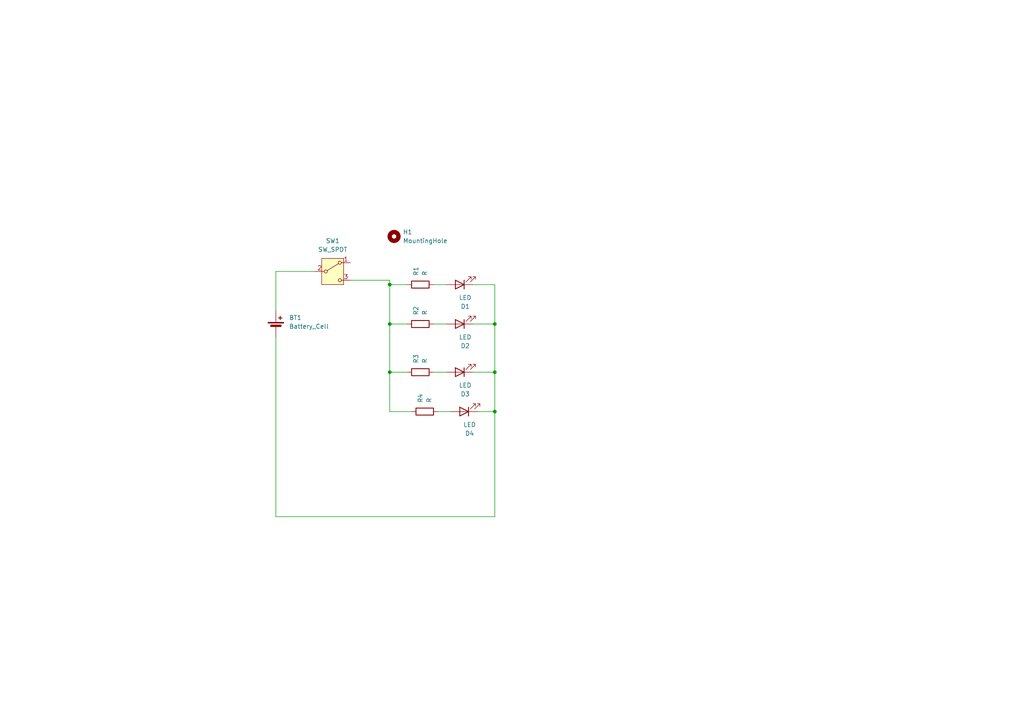
<source format=kicad_sch>
(kicad_sch
	(version 20250114)
	(generator "eeschema")
	(generator_version "9.0")
	(uuid "445796bb-193e-4f2b-90c0-9a39d591dab1")
	(paper "A4")
	(lib_symbols
		(symbol "Device:Battery_Cell"
			(pin_numbers
				(hide yes)
			)
			(pin_names
				(offset 0)
				(hide yes)
			)
			(exclude_from_sim no)
			(in_bom yes)
			(on_board yes)
			(property "Reference" "BT"
				(at 2.54 2.54 0)
				(effects
					(font
						(size 1.27 1.27)
					)
					(justify left)
				)
			)
			(property "Value" "Battery_Cell"
				(at 2.54 0 0)
				(effects
					(font
						(size 1.27 1.27)
					)
					(justify left)
				)
			)
			(property "Footprint" ""
				(at 0 1.524 90)
				(effects
					(font
						(size 1.27 1.27)
					)
					(hide yes)
				)
			)
			(property "Datasheet" "~"
				(at 0 1.524 90)
				(effects
					(font
						(size 1.27 1.27)
					)
					(hide yes)
				)
			)
			(property "Description" "Single-cell battery"
				(at 0 0 0)
				(effects
					(font
						(size 1.27 1.27)
					)
					(hide yes)
				)
			)
			(property "ki_keywords" "battery cell"
				(at 0 0 0)
				(effects
					(font
						(size 1.27 1.27)
					)
					(hide yes)
				)
			)
			(symbol "Battery_Cell_0_1"
				(rectangle
					(start -2.286 1.778)
					(end 2.286 1.524)
					(stroke
						(width 0)
						(type default)
					)
					(fill
						(type outline)
					)
				)
				(rectangle
					(start -1.524 1.016)
					(end 1.524 0.508)
					(stroke
						(width 0)
						(type default)
					)
					(fill
						(type outline)
					)
				)
				(polyline
					(pts
						(xy 0 1.778) (xy 0 2.54)
					)
					(stroke
						(width 0)
						(type default)
					)
					(fill
						(type none)
					)
				)
				(polyline
					(pts
						(xy 0 0.762) (xy 0 0)
					)
					(stroke
						(width 0)
						(type default)
					)
					(fill
						(type none)
					)
				)
				(polyline
					(pts
						(xy 0.762 3.048) (xy 1.778 3.048)
					)
					(stroke
						(width 0.254)
						(type default)
					)
					(fill
						(type none)
					)
				)
				(polyline
					(pts
						(xy 1.27 3.556) (xy 1.27 2.54)
					)
					(stroke
						(width 0.254)
						(type default)
					)
					(fill
						(type none)
					)
				)
			)
			(symbol "Battery_Cell_1_1"
				(pin passive line
					(at 0 5.08 270)
					(length 2.54)
					(name "+"
						(effects
							(font
								(size 1.27 1.27)
							)
						)
					)
					(number "1"
						(effects
							(font
								(size 1.27 1.27)
							)
						)
					)
				)
				(pin passive line
					(at 0 -2.54 90)
					(length 2.54)
					(name "-"
						(effects
							(font
								(size 1.27 1.27)
							)
						)
					)
					(number "2"
						(effects
							(font
								(size 1.27 1.27)
							)
						)
					)
				)
			)
			(embedded_fonts no)
		)
		(symbol "Device:LED"
			(pin_numbers
				(hide yes)
			)
			(pin_names
				(offset 1.016)
				(hide yes)
			)
			(exclude_from_sim no)
			(in_bom yes)
			(on_board yes)
			(property "Reference" "D"
				(at 0 2.54 0)
				(effects
					(font
						(size 1.27 1.27)
					)
				)
			)
			(property "Value" "LED"
				(at 0 -2.54 0)
				(effects
					(font
						(size 1.27 1.27)
					)
				)
			)
			(property "Footprint" ""
				(at 0 0 0)
				(effects
					(font
						(size 1.27 1.27)
					)
					(hide yes)
				)
			)
			(property "Datasheet" "~"
				(at 0 0 0)
				(effects
					(font
						(size 1.27 1.27)
					)
					(hide yes)
				)
			)
			(property "Description" "Light emitting diode"
				(at 0 0 0)
				(effects
					(font
						(size 1.27 1.27)
					)
					(hide yes)
				)
			)
			(property "Sim.Pins" "1=K 2=A"
				(at 0 0 0)
				(effects
					(font
						(size 1.27 1.27)
					)
					(hide yes)
				)
			)
			(property "ki_keywords" "LED diode"
				(at 0 0 0)
				(effects
					(font
						(size 1.27 1.27)
					)
					(hide yes)
				)
			)
			(property "ki_fp_filters" "LED* LED_SMD:* LED_THT:*"
				(at 0 0 0)
				(effects
					(font
						(size 1.27 1.27)
					)
					(hide yes)
				)
			)
			(symbol "LED_0_1"
				(polyline
					(pts
						(xy -3.048 -0.762) (xy -4.572 -2.286) (xy -3.81 -2.286) (xy -4.572 -2.286) (xy -4.572 -1.524)
					)
					(stroke
						(width 0)
						(type default)
					)
					(fill
						(type none)
					)
				)
				(polyline
					(pts
						(xy -1.778 -0.762) (xy -3.302 -2.286) (xy -2.54 -2.286) (xy -3.302 -2.286) (xy -3.302 -1.524)
					)
					(stroke
						(width 0)
						(type default)
					)
					(fill
						(type none)
					)
				)
				(polyline
					(pts
						(xy -1.27 0) (xy 1.27 0)
					)
					(stroke
						(width 0)
						(type default)
					)
					(fill
						(type none)
					)
				)
				(polyline
					(pts
						(xy -1.27 -1.27) (xy -1.27 1.27)
					)
					(stroke
						(width 0.254)
						(type default)
					)
					(fill
						(type none)
					)
				)
				(polyline
					(pts
						(xy 1.27 -1.27) (xy 1.27 1.27) (xy -1.27 0) (xy 1.27 -1.27)
					)
					(stroke
						(width 0.254)
						(type default)
					)
					(fill
						(type none)
					)
				)
			)
			(symbol "LED_1_1"
				(pin passive line
					(at -3.81 0 0)
					(length 2.54)
					(name "K"
						(effects
							(font
								(size 1.27 1.27)
							)
						)
					)
					(number "1"
						(effects
							(font
								(size 1.27 1.27)
							)
						)
					)
				)
				(pin passive line
					(at 3.81 0 180)
					(length 2.54)
					(name "A"
						(effects
							(font
								(size 1.27 1.27)
							)
						)
					)
					(number "2"
						(effects
							(font
								(size 1.27 1.27)
							)
						)
					)
				)
			)
			(embedded_fonts no)
		)
		(symbol "Device:R"
			(pin_numbers
				(hide yes)
			)
			(pin_names
				(offset 0)
			)
			(exclude_from_sim no)
			(in_bom yes)
			(on_board yes)
			(property "Reference" "R"
				(at 2.032 0 90)
				(effects
					(font
						(size 1.27 1.27)
					)
				)
			)
			(property "Value" "R"
				(at 0 0 90)
				(effects
					(font
						(size 1.27 1.27)
					)
				)
			)
			(property "Footprint" ""
				(at -1.778 0 90)
				(effects
					(font
						(size 1.27 1.27)
					)
					(hide yes)
				)
			)
			(property "Datasheet" "~"
				(at 0 0 0)
				(effects
					(font
						(size 1.27 1.27)
					)
					(hide yes)
				)
			)
			(property "Description" "Resistor"
				(at 0 0 0)
				(effects
					(font
						(size 1.27 1.27)
					)
					(hide yes)
				)
			)
			(property "ki_keywords" "R res resistor"
				(at 0 0 0)
				(effects
					(font
						(size 1.27 1.27)
					)
					(hide yes)
				)
			)
			(property "ki_fp_filters" "R_*"
				(at 0 0 0)
				(effects
					(font
						(size 1.27 1.27)
					)
					(hide yes)
				)
			)
			(symbol "R_0_1"
				(rectangle
					(start -1.016 -2.54)
					(end 1.016 2.54)
					(stroke
						(width 0.254)
						(type default)
					)
					(fill
						(type none)
					)
				)
			)
			(symbol "R_1_1"
				(pin passive line
					(at 0 3.81 270)
					(length 1.27)
					(name "~"
						(effects
							(font
								(size 1.27 1.27)
							)
						)
					)
					(number "1"
						(effects
							(font
								(size 1.27 1.27)
							)
						)
					)
				)
				(pin passive line
					(at 0 -3.81 90)
					(length 1.27)
					(name "~"
						(effects
							(font
								(size 1.27 1.27)
							)
						)
					)
					(number "2"
						(effects
							(font
								(size 1.27 1.27)
							)
						)
					)
				)
			)
			(embedded_fonts no)
		)
		(symbol "Mechanical:MountingHole"
			(pin_names
				(offset 1.016)
			)
			(exclude_from_sim no)
			(in_bom no)
			(on_board yes)
			(property "Reference" "H"
				(at 0 5.08 0)
				(effects
					(font
						(size 1.27 1.27)
					)
				)
			)
			(property "Value" "MountingHole"
				(at 0 3.175 0)
				(effects
					(font
						(size 1.27 1.27)
					)
				)
			)
			(property "Footprint" ""
				(at 0 0 0)
				(effects
					(font
						(size 1.27 1.27)
					)
					(hide yes)
				)
			)
			(property "Datasheet" "~"
				(at 0 0 0)
				(effects
					(font
						(size 1.27 1.27)
					)
					(hide yes)
				)
			)
			(property "Description" "Mounting Hole without connection"
				(at 0 0 0)
				(effects
					(font
						(size 1.27 1.27)
					)
					(hide yes)
				)
			)
			(property "ki_keywords" "mounting hole"
				(at 0 0 0)
				(effects
					(font
						(size 1.27 1.27)
					)
					(hide yes)
				)
			)
			(property "ki_fp_filters" "MountingHole*"
				(at 0 0 0)
				(effects
					(font
						(size 1.27 1.27)
					)
					(hide yes)
				)
			)
			(symbol "MountingHole_0_1"
				(circle
					(center 0 0)
					(radius 1.27)
					(stroke
						(width 1.27)
						(type default)
					)
					(fill
						(type none)
					)
				)
			)
			(embedded_fonts no)
		)
		(symbol "Switch:SW_SPDT"
			(pin_names
				(offset 0)
				(hide yes)
			)
			(exclude_from_sim no)
			(in_bom yes)
			(on_board yes)
			(property "Reference" "SW"
				(at 0 5.08 0)
				(effects
					(font
						(size 1.27 1.27)
					)
				)
			)
			(property "Value" "SW_SPDT"
				(at 0 -5.08 0)
				(effects
					(font
						(size 1.27 1.27)
					)
				)
			)
			(property "Footprint" ""
				(at 0 0 0)
				(effects
					(font
						(size 1.27 1.27)
					)
					(hide yes)
				)
			)
			(property "Datasheet" "~"
				(at 0 -7.62 0)
				(effects
					(font
						(size 1.27 1.27)
					)
					(hide yes)
				)
			)
			(property "Description" "Switch, single pole double throw"
				(at 0 0 0)
				(effects
					(font
						(size 1.27 1.27)
					)
					(hide yes)
				)
			)
			(property "ki_keywords" "switch single-pole double-throw spdt ON-ON"
				(at 0 0 0)
				(effects
					(font
						(size 1.27 1.27)
					)
					(hide yes)
				)
			)
			(symbol "SW_SPDT_0_1"
				(circle
					(center -2.032 0)
					(radius 0.4572)
					(stroke
						(width 0)
						(type default)
					)
					(fill
						(type none)
					)
				)
				(polyline
					(pts
						(xy -1.651 0.254) (xy 1.651 2.286)
					)
					(stroke
						(width 0)
						(type default)
					)
					(fill
						(type none)
					)
				)
				(circle
					(center 2.032 2.54)
					(radius 0.4572)
					(stroke
						(width 0)
						(type default)
					)
					(fill
						(type none)
					)
				)
				(circle
					(center 2.032 -2.54)
					(radius 0.4572)
					(stroke
						(width 0)
						(type default)
					)
					(fill
						(type none)
					)
				)
			)
			(symbol "SW_SPDT_1_1"
				(rectangle
					(start -3.175 3.81)
					(end 3.175 -3.81)
					(stroke
						(width 0)
						(type default)
					)
					(fill
						(type background)
					)
				)
				(pin passive line
					(at -5.08 0 0)
					(length 2.54)
					(name "B"
						(effects
							(font
								(size 1.27 1.27)
							)
						)
					)
					(number "2"
						(effects
							(font
								(size 1.27 1.27)
							)
						)
					)
				)
				(pin passive line
					(at 5.08 2.54 180)
					(length 2.54)
					(name "A"
						(effects
							(font
								(size 1.27 1.27)
							)
						)
					)
					(number "1"
						(effects
							(font
								(size 1.27 1.27)
							)
						)
					)
				)
				(pin passive line
					(at 5.08 -2.54 180)
					(length 2.54)
					(name "C"
						(effects
							(font
								(size 1.27 1.27)
							)
						)
					)
					(number "3"
						(effects
							(font
								(size 1.27 1.27)
							)
						)
					)
				)
			)
			(embedded_fonts no)
		)
	)
	(junction
		(at 143.51 119.38)
		(diameter 0)
		(color 0 0 0 0)
		(uuid "26beda45-73b2-4ff1-9241-f168017f0c53")
	)
	(junction
		(at 143.51 107.95)
		(diameter 0)
		(color 0 0 0 0)
		(uuid "3d2b7a70-9f78-45c6-877f-16a60ea69d4a")
	)
	(junction
		(at 113.03 93.98)
		(diameter 0)
		(color 0 0 0 0)
		(uuid "5f6d28cf-4979-4ca3-8536-22e74cd92b1e")
	)
	(junction
		(at 143.51 93.98)
		(diameter 0)
		(color 0 0 0 0)
		(uuid "76c958ae-d114-4962-aba1-5dc4e1c776ab")
	)
	(junction
		(at 113.03 107.95)
		(diameter 0)
		(color 0 0 0 0)
		(uuid "7f4eb790-aea8-4df0-b96b-b641d223b86f")
	)
	(junction
		(at 113.03 82.55)
		(diameter 0)
		(color 0 0 0 0)
		(uuid "e1d0e9bd-1214-4b71-96bb-6c8b32607d14")
	)
	(wire
		(pts
			(xy 137.16 93.98) (xy 143.51 93.98)
		)
		(stroke
			(width 0)
			(type default)
		)
		(uuid "138f897c-f7bb-42cd-9daa-bb2b836bb8f2")
	)
	(wire
		(pts
			(xy 113.03 107.95) (xy 118.11 107.95)
		)
		(stroke
			(width 0)
			(type default)
		)
		(uuid "1f181334-d23a-4069-8b57-da73f551e995")
	)
	(wire
		(pts
			(xy 143.51 82.55) (xy 143.51 93.98)
		)
		(stroke
			(width 0)
			(type default)
		)
		(uuid "48920496-4d0b-4078-b710-e9bf853a240d")
	)
	(wire
		(pts
			(xy 113.03 93.98) (xy 113.03 107.95)
		)
		(stroke
			(width 0)
			(type default)
		)
		(uuid "4d914ba9-77f8-441a-b0da-431e772607da")
	)
	(wire
		(pts
			(xy 138.43 119.38) (xy 143.51 119.38)
		)
		(stroke
			(width 0)
			(type default)
		)
		(uuid "5d171b64-f62d-4451-b01e-4a900088c4b8")
	)
	(wire
		(pts
			(xy 125.73 93.98) (xy 129.54 93.98)
		)
		(stroke
			(width 0)
			(type default)
		)
		(uuid "69f0659e-0077-4776-b8b0-951ff387525d")
	)
	(wire
		(pts
			(xy 127 119.38) (xy 130.81 119.38)
		)
		(stroke
			(width 0)
			(type default)
		)
		(uuid "6ac99318-6385-4aea-bba8-602f0994aada")
	)
	(wire
		(pts
			(xy 137.16 82.55) (xy 143.51 82.55)
		)
		(stroke
			(width 0)
			(type default)
		)
		(uuid "735a61dc-5563-4cad-a088-92cf1b7f9125")
	)
	(wire
		(pts
			(xy 125.73 82.55) (xy 129.54 82.55)
		)
		(stroke
			(width 0)
			(type default)
		)
		(uuid "8719eb16-728b-4ac8-9bff-b342caf82ed3")
	)
	(wire
		(pts
			(xy 113.03 93.98) (xy 118.11 93.98)
		)
		(stroke
			(width 0)
			(type default)
		)
		(uuid "89cc65f0-7f57-44e1-83d3-90b6b7580e22")
	)
	(wire
		(pts
			(xy 80.01 149.86) (xy 143.51 149.86)
		)
		(stroke
			(width 0)
			(type default)
		)
		(uuid "9162ed8e-2af1-4ccf-bbe1-018dfc343bb7")
	)
	(wire
		(pts
			(xy 125.73 107.95) (xy 129.54 107.95)
		)
		(stroke
			(width 0)
			(type default)
		)
		(uuid "ac7394fd-1cae-4cb9-8efe-1ffd30361446")
	)
	(wire
		(pts
			(xy 113.03 81.28) (xy 113.03 82.55)
		)
		(stroke
			(width 0)
			(type default)
		)
		(uuid "b96bd31c-0dd3-41af-96d0-85473132ab2c")
	)
	(wire
		(pts
			(xy 80.01 78.74) (xy 80.01 90.17)
		)
		(stroke
			(width 0)
			(type default)
		)
		(uuid "cbb22130-32d6-407f-9ecf-1d6fc0f9ac59")
	)
	(wire
		(pts
			(xy 137.16 107.95) (xy 143.51 107.95)
		)
		(stroke
			(width 0)
			(type default)
		)
		(uuid "cde076bc-da66-483f-b2c3-8cfb5441ea81")
	)
	(wire
		(pts
			(xy 119.38 119.38) (xy 113.03 119.38)
		)
		(stroke
			(width 0)
			(type default)
		)
		(uuid "d1ebf241-8a3b-40b4-80b6-86861d93fe79")
	)
	(wire
		(pts
			(xy 113.03 107.95) (xy 113.03 119.38)
		)
		(stroke
			(width 0)
			(type default)
		)
		(uuid "d22c93bc-53bf-4a52-aded-66b1fddb376b")
	)
	(wire
		(pts
			(xy 101.6 81.28) (xy 113.03 81.28)
		)
		(stroke
			(width 0)
			(type default)
		)
		(uuid "d4350caf-1f61-404c-9fed-4af36934f49d")
	)
	(wire
		(pts
			(xy 143.51 107.95) (xy 143.51 119.38)
		)
		(stroke
			(width 0)
			(type default)
		)
		(uuid "d8164aae-36f5-47b4-99a2-b7b59e2c84d7")
	)
	(wire
		(pts
			(xy 91.44 78.74) (xy 80.01 78.74)
		)
		(stroke
			(width 0)
			(type default)
		)
		(uuid "df22b7cd-6219-448a-95c0-2cfc236b22b6")
	)
	(wire
		(pts
			(xy 113.03 93.98) (xy 113.03 82.55)
		)
		(stroke
			(width 0)
			(type default)
		)
		(uuid "edecf2ce-6daa-46b5-904d-fd71e2e3f684")
	)
	(wire
		(pts
			(xy 143.51 119.38) (xy 143.51 149.86)
		)
		(stroke
			(width 0)
			(type default)
		)
		(uuid "f318ac9e-115a-4768-aa3f-0d9b691578d5")
	)
	(wire
		(pts
			(xy 143.51 93.98) (xy 143.51 107.95)
		)
		(stroke
			(width 0)
			(type default)
		)
		(uuid "f3fbb124-1329-4e64-a531-36ebe554508d")
	)
	(wire
		(pts
			(xy 113.03 82.55) (xy 118.11 82.55)
		)
		(stroke
			(width 0)
			(type default)
		)
		(uuid "fb8eeeb5-5f65-417f-bb41-ae3e24a180e1")
	)
	(wire
		(pts
			(xy 80.01 97.79) (xy 80.01 149.86)
		)
		(stroke
			(width 0)
			(type default)
		)
		(uuid "ff39a1bf-6163-458c-9e61-71b5a4cdc395")
	)
	(symbol
		(lib_id "Device:LED")
		(at 133.35 107.95 180)
		(unit 1)
		(exclude_from_sim no)
		(in_bom yes)
		(on_board yes)
		(dnp no)
		(fields_autoplaced yes)
		(uuid "0e7083e7-a559-4ab2-ad68-fbdd87879c41")
		(property "Reference" "D3"
			(at 134.9375 114.3 0)
			(effects
				(font
					(size 1.27 1.27)
				)
			)
		)
		(property "Value" "LED"
			(at 134.9375 111.76 0)
			(effects
				(font
					(size 1.27 1.27)
				)
			)
		)
		(property "Footprint" "LED_THT:LED_D5.0mm"
			(at 133.35 107.95 0)
			(effects
				(font
					(size 1.27 1.27)
				)
				(hide yes)
			)
		)
		(property "Datasheet" "~"
			(at 133.35 107.95 0)
			(effects
				(font
					(size 1.27 1.27)
				)
				(hide yes)
			)
		)
		(property "Description" "Light emitting diode"
			(at 133.35 107.95 0)
			(effects
				(font
					(size 1.27 1.27)
				)
				(hide yes)
			)
		)
		(property "Sim.Pins" "1=K 2=A"
			(at 133.35 107.95 0)
			(effects
				(font
					(size 1.27 1.27)
				)
				(hide yes)
			)
		)
		(pin "1"
			(uuid "f2d2c9fb-cf6e-495e-858a-d5917fb6e64b")
		)
		(pin "2"
			(uuid "159a45ce-148b-46cd-8890-c364620b7f9c")
		)
		(instances
			(project ""
				(path "/445796bb-193e-4f2b-90c0-9a39d591dab1"
					(reference "D3")
					(unit 1)
				)
			)
		)
	)
	(symbol
		(lib_id "Device:R")
		(at 121.92 93.98 90)
		(unit 1)
		(exclude_from_sim no)
		(in_bom yes)
		(on_board yes)
		(dnp no)
		(fields_autoplaced yes)
		(uuid "110c4a44-9e8c-4558-818b-c40867a59a39")
		(property "Reference" "R2"
			(at 120.6499 91.44 0)
			(effects
				(font
					(size 1.27 1.27)
				)
				(justify left)
			)
		)
		(property "Value" "R"
			(at 123.1899 91.44 0)
			(effects
				(font
					(size 1.27 1.27)
				)
				(justify left)
			)
		)
		(property "Footprint" "Resistor_THT:R_Axial_DIN0207_L6.3mm_D2.5mm_P10.16mm_Horizontal"
			(at 121.92 95.758 90)
			(effects
				(font
					(size 1.27 1.27)
				)
				(hide yes)
			)
		)
		(property "Datasheet" "~"
			(at 121.92 93.98 0)
			(effects
				(font
					(size 1.27 1.27)
				)
				(hide yes)
			)
		)
		(property "Description" "Resistor"
			(at 121.92 93.98 0)
			(effects
				(font
					(size 1.27 1.27)
				)
				(hide yes)
			)
		)
		(pin "1"
			(uuid "1069a6dd-a981-4684-bb19-c5b67198db18")
		)
		(pin "2"
			(uuid "77d7dfc9-dd07-47f8-8f52-a1964dc05eb3")
		)
		(instances
			(project ""
				(path "/445796bb-193e-4f2b-90c0-9a39d591dab1"
					(reference "R2")
					(unit 1)
				)
			)
		)
	)
	(symbol
		(lib_id "Device:Battery_Cell")
		(at 80.01 95.25 0)
		(unit 1)
		(exclude_from_sim no)
		(in_bom yes)
		(on_board yes)
		(dnp no)
		(fields_autoplaced yes)
		(uuid "15612df9-def7-4042-bc0b-40daef78ada5")
		(property "Reference" "BT1"
			(at 83.82 92.1384 0)
			(effects
				(font
					(size 1.27 1.27)
				)
				(justify left)
			)
		)
		(property "Value" "Battery_Cell"
			(at 83.82 94.6784 0)
			(effects
				(font
					(size 1.27 1.27)
				)
				(justify left)
			)
		)
		(property "Footprint" "custom_footprints:CR2032 Button Battery Holder 2 Pin"
			(at 80.01 93.726 90)
			(effects
				(font
					(size 1.27 1.27)
				)
				(hide yes)
			)
		)
		(property "Datasheet" "~"
			(at 80.01 93.726 90)
			(effects
				(font
					(size 1.27 1.27)
				)
				(hide yes)
			)
		)
		(property "Description" "Single-cell battery"
			(at 80.01 95.25 0)
			(effects
				(font
					(size 1.27 1.27)
				)
				(hide yes)
			)
		)
		(pin "1"
			(uuid "6622827c-9305-4cb3-8090-124abd2daccc")
		)
		(pin "2"
			(uuid "805b2620-344b-4f71-9c81-f0cd47993a71")
		)
		(instances
			(project ""
				(path "/445796bb-193e-4f2b-90c0-9a39d591dab1"
					(reference "BT1")
					(unit 1)
				)
			)
		)
	)
	(symbol
		(lib_id "Device:LED")
		(at 133.35 82.55 180)
		(unit 1)
		(exclude_from_sim no)
		(in_bom yes)
		(on_board yes)
		(dnp no)
		(fields_autoplaced yes)
		(uuid "16c03518-21df-4afc-b76d-77f7d85c1b93")
		(property "Reference" "D1"
			(at 134.9375 88.9 0)
			(effects
				(font
					(size 1.27 1.27)
				)
			)
		)
		(property "Value" "LED"
			(at 134.9375 86.36 0)
			(effects
				(font
					(size 1.27 1.27)
				)
			)
		)
		(property "Footprint" "LED_THT:LED_D5.0mm"
			(at 133.35 82.55 0)
			(effects
				(font
					(size 1.27 1.27)
				)
				(hide yes)
			)
		)
		(property "Datasheet" "~"
			(at 133.35 82.55 0)
			(effects
				(font
					(size 1.27 1.27)
				)
				(hide yes)
			)
		)
		(property "Description" "Light emitting diode"
			(at 133.35 82.55 0)
			(effects
				(font
					(size 1.27 1.27)
				)
				(hide yes)
			)
		)
		(property "Sim.Pins" "1=K 2=A"
			(at 133.35 82.55 0)
			(effects
				(font
					(size 1.27 1.27)
				)
				(hide yes)
			)
		)
		(pin "1"
			(uuid "2fd49890-a89c-4e7a-8164-17b62877cd54")
		)
		(pin "2"
			(uuid "1f56116a-962f-4998-88b9-7233ace2c9ac")
		)
		(instances
			(project ""
				(path "/445796bb-193e-4f2b-90c0-9a39d591dab1"
					(reference "D1")
					(unit 1)
				)
			)
		)
	)
	(symbol
		(lib_id "Device:R")
		(at 123.19 119.38 90)
		(unit 1)
		(exclude_from_sim no)
		(in_bom yes)
		(on_board yes)
		(dnp no)
		(fields_autoplaced yes)
		(uuid "23f988d2-6acb-456a-8b17-5502c506b967")
		(property "Reference" "R4"
			(at 121.9199 116.84 0)
			(effects
				(font
					(size 1.27 1.27)
				)
				(justify left)
			)
		)
		(property "Value" "R"
			(at 124.4599 116.84 0)
			(effects
				(font
					(size 1.27 1.27)
				)
				(justify left)
			)
		)
		(property "Footprint" "Resistor_THT:R_Axial_DIN0207_L6.3mm_D2.5mm_P10.16mm_Horizontal"
			(at 123.19 121.158 90)
			(effects
				(font
					(size 1.27 1.27)
				)
				(hide yes)
			)
		)
		(property "Datasheet" "~"
			(at 123.19 119.38 0)
			(effects
				(font
					(size 1.27 1.27)
				)
				(hide yes)
			)
		)
		(property "Description" "Resistor"
			(at 123.19 119.38 0)
			(effects
				(font
					(size 1.27 1.27)
				)
				(hide yes)
			)
		)
		(pin "2"
			(uuid "ddb79383-b2d1-4217-ab56-85299152fe58")
		)
		(pin "1"
			(uuid "10ef073f-ebcf-4573-9270-a5010fb9bea3")
		)
		(instances
			(project "batterykeychain"
				(path "/445796bb-193e-4f2b-90c0-9a39d591dab1"
					(reference "R4")
					(unit 1)
				)
			)
		)
	)
	(symbol
		(lib_id "Switch:SW_SPDT")
		(at 96.52 78.74 0)
		(unit 1)
		(exclude_from_sim no)
		(in_bom yes)
		(on_board yes)
		(dnp no)
		(fields_autoplaced yes)
		(uuid "3ab1bccd-8551-47e0-93ed-9811b061ab32")
		(property "Reference" "SW1"
			(at 96.52 69.85 0)
			(effects
				(font
					(size 1.27 1.27)
				)
			)
		)
		(property "Value" "SW_SPDT"
			(at 96.52 72.39 0)
			(effects
				(font
					(size 1.27 1.27)
				)
			)
		)
		(property "Footprint" "Button_Switch_THT:SW_PUSH_6mm"
			(at 96.52 78.74 0)
			(effects
				(font
					(size 1.27 1.27)
				)
				(hide yes)
			)
		)
		(property "Datasheet" "~"
			(at 96.52 86.36 0)
			(effects
				(font
					(size 1.27 1.27)
				)
				(hide yes)
			)
		)
		(property "Description" "Switch, single pole double throw"
			(at 96.52 78.74 0)
			(effects
				(font
					(size 1.27 1.27)
				)
				(hide yes)
			)
		)
		(pin "2"
			(uuid "107afa55-6099-4b11-bf85-483688dcb590")
		)
		(pin "1"
			(uuid "131b88c3-b446-40ef-88a2-7cd2b636dd99")
		)
		(pin "3"
			(uuid "753938c8-f43d-4454-825f-237ad499aa06")
		)
		(instances
			(project ""
				(path "/445796bb-193e-4f2b-90c0-9a39d591dab1"
					(reference "SW1")
					(unit 1)
				)
			)
		)
	)
	(symbol
		(lib_id "Device:LED")
		(at 133.35 93.98 180)
		(unit 1)
		(exclude_from_sim no)
		(in_bom yes)
		(on_board yes)
		(dnp no)
		(fields_autoplaced yes)
		(uuid "7662ac5a-d3f3-4cab-8f19-5ad791222335")
		(property "Reference" "D2"
			(at 134.9375 100.33 0)
			(effects
				(font
					(size 1.27 1.27)
				)
			)
		)
		(property "Value" "LED"
			(at 134.9375 97.79 0)
			(effects
				(font
					(size 1.27 1.27)
				)
			)
		)
		(property "Footprint" "LED_THT:LED_D5.0mm"
			(at 133.35 93.98 0)
			(effects
				(font
					(size 1.27 1.27)
				)
				(hide yes)
			)
		)
		(property "Datasheet" "~"
			(at 133.35 93.98 0)
			(effects
				(font
					(size 1.27 1.27)
				)
				(hide yes)
			)
		)
		(property "Description" "Light emitting diode"
			(at 133.35 93.98 0)
			(effects
				(font
					(size 1.27 1.27)
				)
				(hide yes)
			)
		)
		(property "Sim.Pins" "1=K 2=A"
			(at 133.35 93.98 0)
			(effects
				(font
					(size 1.27 1.27)
				)
				(hide yes)
			)
		)
		(pin "1"
			(uuid "cc5015e6-fbf4-47bc-8c93-5d8c411b8855")
		)
		(pin "2"
			(uuid "dde39132-3ca5-4efc-a048-0caeb2fe9e85")
		)
		(instances
			(project ""
				(path "/445796bb-193e-4f2b-90c0-9a39d591dab1"
					(reference "D2")
					(unit 1)
				)
			)
		)
	)
	(symbol
		(lib_id "Device:R")
		(at 121.92 82.55 90)
		(unit 1)
		(exclude_from_sim no)
		(in_bom yes)
		(on_board yes)
		(dnp no)
		(fields_autoplaced yes)
		(uuid "9fad2c0d-188b-40ee-8ccb-a3b59ddd9fe3")
		(property "Reference" "R1"
			(at 120.6499 80.01 0)
			(effects
				(font
					(size 1.27 1.27)
				)
				(justify left)
			)
		)
		(property "Value" "R"
			(at 123.1899 80.01 0)
			(effects
				(font
					(size 1.27 1.27)
				)
				(justify left)
			)
		)
		(property "Footprint" "Resistor_THT:R_Axial_DIN0207_L6.3mm_D2.5mm_P10.16mm_Horizontal"
			(at 121.92 84.328 90)
			(effects
				(font
					(size 1.27 1.27)
				)
				(hide yes)
			)
		)
		(property "Datasheet" "~"
			(at 121.92 82.55 0)
			(effects
				(font
					(size 1.27 1.27)
				)
				(hide yes)
			)
		)
		(property "Description" "Resistor"
			(at 121.92 82.55 0)
			(effects
				(font
					(size 1.27 1.27)
				)
				(hide yes)
			)
		)
		(pin "2"
			(uuid "adecc147-0f62-4638-b5a7-d353d827e7b6")
		)
		(pin "1"
			(uuid "a090b86e-0001-4614-b09a-671a42a46e29")
		)
		(instances
			(project ""
				(path "/445796bb-193e-4f2b-90c0-9a39d591dab1"
					(reference "R1")
					(unit 1)
				)
			)
		)
	)
	(symbol
		(lib_id "Device:LED")
		(at 134.62 119.38 180)
		(unit 1)
		(exclude_from_sim no)
		(in_bom yes)
		(on_board yes)
		(dnp no)
		(fields_autoplaced yes)
		(uuid "b6f209c9-78c3-4861-bf5e-e2dca3bb3a8c")
		(property "Reference" "D4"
			(at 136.2075 125.73 0)
			(effects
				(font
					(size 1.27 1.27)
				)
			)
		)
		(property "Value" "LED"
			(at 136.2075 123.19 0)
			(effects
				(font
					(size 1.27 1.27)
				)
			)
		)
		(property "Footprint" "LED_THT:LED_D5.0mm"
			(at 134.62 119.38 0)
			(effects
				(font
					(size 1.27 1.27)
				)
				(hide yes)
			)
		)
		(property "Datasheet" "~"
			(at 134.62 119.38 0)
			(effects
				(font
					(size 1.27 1.27)
				)
				(hide yes)
			)
		)
		(property "Description" "Light emitting diode"
			(at 134.62 119.38 0)
			(effects
				(font
					(size 1.27 1.27)
				)
				(hide yes)
			)
		)
		(property "Sim.Pins" "1=K 2=A"
			(at 134.62 119.38 0)
			(effects
				(font
					(size 1.27 1.27)
				)
				(hide yes)
			)
		)
		(pin "1"
			(uuid "d6b95804-416a-439f-987b-c5b1b365dc0d")
		)
		(pin "2"
			(uuid "e516ddbb-5ebc-4da8-bd65-e5688856d6a4")
		)
		(instances
			(project "batterykeychain"
				(path "/445796bb-193e-4f2b-90c0-9a39d591dab1"
					(reference "D4")
					(unit 1)
				)
			)
		)
	)
	(symbol
		(lib_id "Device:R")
		(at 121.92 107.95 90)
		(unit 1)
		(exclude_from_sim no)
		(in_bom yes)
		(on_board yes)
		(dnp no)
		(fields_autoplaced yes)
		(uuid "b8bbe4c9-9adc-4b87-bb2c-0516040841f7")
		(property "Reference" "R3"
			(at 120.6499 105.41 0)
			(effects
				(font
					(size 1.27 1.27)
				)
				(justify left)
			)
		)
		(property "Value" "R"
			(at 123.1899 105.41 0)
			(effects
				(font
					(size 1.27 1.27)
				)
				(justify left)
			)
		)
		(property "Footprint" "Resistor_THT:R_Axial_DIN0207_L6.3mm_D2.5mm_P10.16mm_Horizontal"
			(at 121.92 109.728 90)
			(effects
				(font
					(size 1.27 1.27)
				)
				(hide yes)
			)
		)
		(property "Datasheet" "~"
			(at 121.92 107.95 0)
			(effects
				(font
					(size 1.27 1.27)
				)
				(hide yes)
			)
		)
		(property "Description" "Resistor"
			(at 121.92 107.95 0)
			(effects
				(font
					(size 1.27 1.27)
				)
				(hide yes)
			)
		)
		(pin "2"
			(uuid "2993553e-c5bc-4d15-b864-721bbe7c4961")
		)
		(pin "1"
			(uuid "e8acf9c5-f85f-4fdc-a0bc-fc0450726941")
		)
		(instances
			(project ""
				(path "/445796bb-193e-4f2b-90c0-9a39d591dab1"
					(reference "R3")
					(unit 1)
				)
			)
		)
	)
	(symbol
		(lib_id "Mechanical:MountingHole")
		(at 114.3 68.58 0)
		(unit 1)
		(exclude_from_sim no)
		(in_bom no)
		(on_board yes)
		(dnp no)
		(fields_autoplaced yes)
		(uuid "edaa67b6-cb53-41e5-8a60-51b2351ea46e")
		(property "Reference" "H1"
			(at 116.84 67.3099 0)
			(effects
				(font
					(size 1.27 1.27)
				)
				(justify left)
			)
		)
		(property "Value" "MountingHole"
			(at 116.84 69.8499 0)
			(effects
				(font
					(size 1.27 1.27)
				)
				(justify left)
			)
		)
		(property "Footprint" "MountingHole:MountingHole_2mm"
			(at 114.3 68.58 0)
			(effects
				(font
					(size 1.27 1.27)
				)
				(hide yes)
			)
		)
		(property "Datasheet" "~"
			(at 114.3 68.58 0)
			(effects
				(font
					(size 1.27 1.27)
				)
				(hide yes)
			)
		)
		(property "Description" "Mounting Hole without connection"
			(at 114.3 68.58 0)
			(effects
				(font
					(size 1.27 1.27)
				)
				(hide yes)
			)
		)
		(instances
			(project ""
				(path "/445796bb-193e-4f2b-90c0-9a39d591dab1"
					(reference "H1")
					(unit 1)
				)
			)
		)
	)
	(sheet_instances
		(path "/"
			(page "1")
		)
	)
	(embedded_fonts no)
)

</source>
